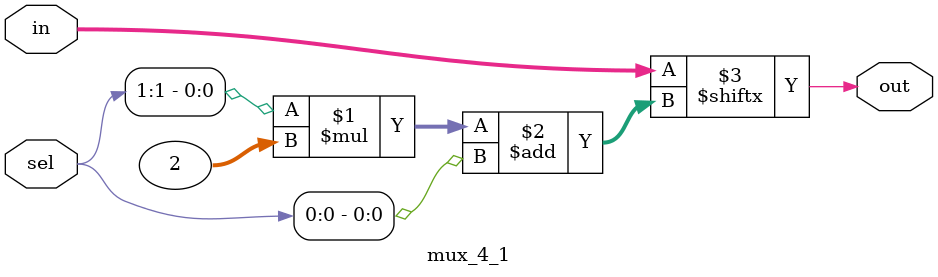
<source format=v>
module mux_4_1 (in, sel, out);

	input [3:0] in;
	input [1:0] sel;
	output out;

	assign out = in[sel[1] * 2 + sel[0]];
endmodule
</source>
